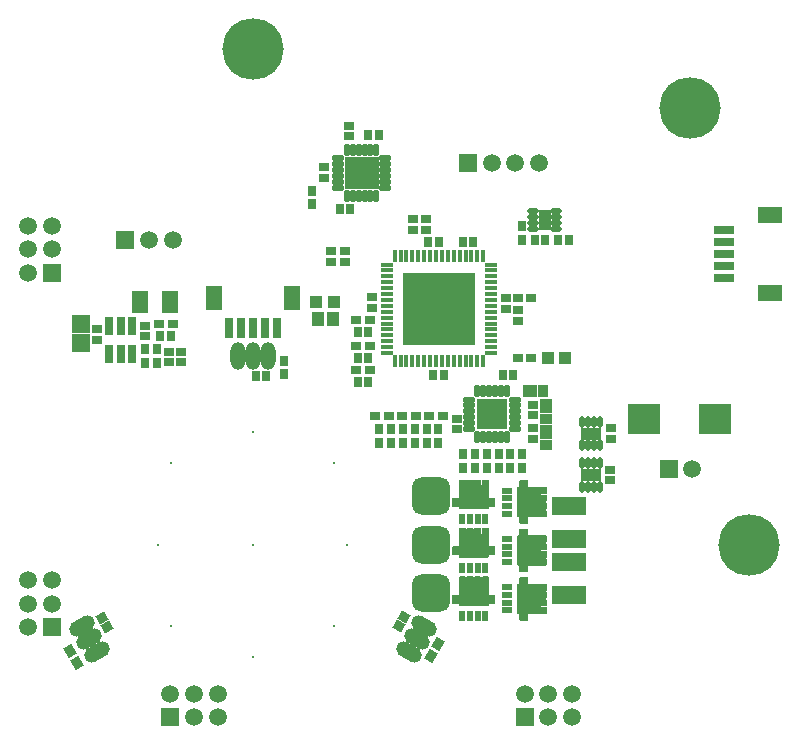
<source format=gts>
G04*
G04 #@! TF.GenerationSoftware,Altium Limited,Altium Designer,24.4.1 (13)*
G04*
G04 Layer_Color=8388736*
%FSLAX44Y44*%
%MOMM*%
G71*
G04*
G04 #@! TF.SameCoordinates,D346328A-3EA5-4E80-806F-D0F93F3E7631*
G04*
G04*
G04 #@! TF.FilePolarity,Negative*
G04*
G01*
G75*
%ADD61R,0.8032X1.7532*%
%ADD62R,1.4032X2.0032*%
%ADD63R,0.8032X0.8432*%
%ADD64R,0.9532X0.8032*%
G04:AMPARAMS|DCode=65|XSize=0.9432mm|YSize=0.4832mm|CornerRadius=0.1366mm|HoleSize=0mm|Usage=FLASHONLY|Rotation=270.000|XOffset=0mm|YOffset=0mm|HoleType=Round|Shape=RoundedRectangle|*
%AMROUNDEDRECTD65*
21,1,0.9432,0.2100,0,0,270.0*
21,1,0.6700,0.4832,0,0,270.0*
1,1,0.2732,-0.1050,-0.3350*
1,1,0.2732,-0.1050,0.3350*
1,1,0.2732,0.1050,0.3350*
1,1,0.2732,0.1050,-0.3350*
%
%ADD65ROUNDEDRECTD65*%
%ADD66R,1.8032X1.1032*%
%ADD67R,0.8432X0.8032*%
%ADD68R,0.8032X0.9532*%
%ADD69R,2.7532X2.6532*%
%ADD70R,1.4032X1.9532*%
%ADD71R,0.8032X1.5532*%
G04:AMPARAMS|DCode=72|XSize=0.8032mm|YSize=0.9532mm|CornerRadius=0mm|HoleSize=0mm|Usage=FLASHONLY|Rotation=30.000|XOffset=0mm|YOffset=0mm|HoleType=Round|Shape=Rectangle|*
%AMROTATEDRECTD72*
4,1,4,-0.1095,-0.6136,-0.5861,0.2120,0.1095,0.6136,0.5861,-0.2120,-0.1095,-0.6136,0.0*
%
%ADD72ROTATEDRECTD72*%

G04:AMPARAMS|DCode=73|XSize=0.8032mm|YSize=0.9532mm|CornerRadius=0mm|HoleSize=0mm|Usage=FLASHONLY|Rotation=150.000|XOffset=0mm|YOffset=0mm|HoleType=Round|Shape=Rectangle|*
%AMROTATEDRECTD73*
4,1,4,0.5861,0.2120,0.1095,-0.6136,-0.5861,-0.2120,-0.1095,0.6136,0.5861,0.2120,0.0*
%
%ADD73ROTATEDRECTD73*%

G04:AMPARAMS|DCode=74|XSize=0.8432mm|YSize=0.8032mm|CornerRadius=0mm|HoleSize=0mm|Usage=FLASHONLY|Rotation=30.000|XOffset=0mm|YOffset=0mm|HoleType=Round|Shape=Rectangle|*
%AMROTATEDRECTD74*
4,1,4,-0.1643,-0.5586,-0.5659,0.1370,0.1643,0.5586,0.5659,-0.1370,-0.1643,-0.5586,0.0*
%
%ADD74ROTATEDRECTD74*%

G04:AMPARAMS|DCode=75|XSize=0.8432mm|YSize=0.8032mm|CornerRadius=0mm|HoleSize=0mm|Usage=FLASHONLY|Rotation=150.000|XOffset=0mm|YOffset=0mm|HoleType=Round|Shape=Rectangle|*
%AMROTATEDRECTD75*
4,1,4,0.5659,0.1370,0.1643,-0.5586,-0.5659,-0.1370,-0.1643,0.5586,0.5659,0.1370,0.0*
%
%ADD75ROTATEDRECTD75*%

%ADD76R,1.0532X1.1532*%
%ADD77R,1.0032X1.0032*%
G04:AMPARAMS|DCode=78|XSize=1.0632mm|YSize=0.4732mm|CornerRadius=0.1354mm|HoleSize=0mm|Usage=FLASHONLY|Rotation=90.000|XOffset=0mm|YOffset=0mm|HoleType=Round|Shape=RoundedRectangle|*
%AMROUNDEDRECTD78*
21,1,1.0632,0.2025,0,0,90.0*
21,1,0.7925,0.4732,0,0,90.0*
1,1,0.2707,0.1013,0.3963*
1,1,0.2707,0.1013,-0.3963*
1,1,0.2707,-0.1013,-0.3963*
1,1,0.2707,-0.1013,0.3963*
%
%ADD78ROUNDEDRECTD78*%
G04:AMPARAMS|DCode=79|XSize=1.0632mm|YSize=0.4732mm|CornerRadius=0.1354mm|HoleSize=0mm|Usage=FLASHONLY|Rotation=0.000|XOffset=0mm|YOffset=0mm|HoleType=Round|Shape=RoundedRectangle|*
%AMROUNDEDRECTD79*
21,1,1.0632,0.2025,0,0,0.0*
21,1,0.7925,0.4732,0,0,0.0*
1,1,0.2707,0.3963,-0.1013*
1,1,0.2707,-0.3963,-0.1013*
1,1,0.2707,-0.3963,0.1013*
1,1,0.2707,0.3963,0.1013*
%
%ADD79ROUNDEDRECTD79*%
%ADD80R,2.6532X2.6532*%
%ADD81R,0.5432X1.0032*%
%ADD82R,0.6232X0.8632*%
G04:AMPARAMS|DCode=83|XSize=3.2032mm|YSize=3.2032mm|CornerRadius=0.8516mm|HoleSize=0mm|Usage=FLASHONLY|Rotation=0.000|XOffset=0mm|YOffset=0mm|HoleType=Round|Shape=RoundedRectangle|*
%AMROUNDEDRECTD83*
21,1,3.2032,1.5000,0,0,0.0*
21,1,1.5000,3.2032,0,0,0.0*
1,1,1.7032,0.7500,-0.7500*
1,1,1.7032,-0.7500,-0.7500*
1,1,1.7032,-0.7500,0.7500*
1,1,1.7032,0.7500,0.7500*
%
%ADD83ROUNDEDRECTD83*%
%ADD84R,1.0032X0.5432*%
%ADD85R,0.8632X0.6232*%
%ADD86R,2.9032X1.5032*%
%ADD87R,1.2532X1.0032*%
%ADD88R,0.8532X1.0032*%
%ADD89R,1.0032X1.2532*%
%ADD90R,1.0032X0.8532*%
%ADD91R,1.7532X0.8032*%
%ADD92R,2.0032X1.4032*%
G04:AMPARAMS|DCode=93|XSize=0.9432mm|YSize=0.4832mm|CornerRadius=0.1366mm|HoleSize=0mm|Usage=FLASHONLY|Rotation=180.000|XOffset=0mm|YOffset=0mm|HoleType=Round|Shape=RoundedRectangle|*
%AMROUNDEDRECTD93*
21,1,0.9432,0.2100,0,0,180.0*
21,1,0.6700,0.4832,0,0,180.0*
1,1,0.2732,-0.3350,0.1050*
1,1,0.2732,0.3350,0.1050*
1,1,0.2732,0.3350,-0.1050*
1,1,0.2732,-0.3350,-0.1050*
%
%ADD93ROUNDEDRECTD93*%
%ADD94R,1.1032X1.8032*%
%ADD95R,0.4632X1.0632*%
%ADD96R,1.0632X0.4632*%
%ADD97R,6.2032X6.2032*%
G04:AMPARAMS|DCode=98|XSize=1.0032mm|YSize=0.5532mm|CornerRadius=0.1454mm|HoleSize=0mm|Usage=FLASHONLY|Rotation=180.000|XOffset=0mm|YOffset=0mm|HoleType=Round|Shape=RoundedRectangle|*
%AMROUNDEDRECTD98*
21,1,1.0032,0.2625,0,0,180.0*
21,1,0.7125,0.5532,0,0,180.0*
1,1,0.2907,-0.3563,0.1313*
1,1,0.2907,0.3563,0.1313*
1,1,0.2907,0.3563,-0.1313*
1,1,0.2907,-0.3563,-0.1313*
%
%ADD98ROUNDEDRECTD98*%
%ADD99R,2.9032X2.8032*%
G04:AMPARAMS|DCode=100|XSize=1.0532mm|YSize=0.5532mm|CornerRadius=0.1454mm|HoleSize=0mm|Usage=FLASHONLY|Rotation=270.000|XOffset=0mm|YOffset=0mm|HoleType=Round|Shape=RoundedRectangle|*
%AMROUNDEDRECTD100*
21,1,1.0532,0.2625,0,0,270.0*
21,1,0.7625,0.5532,0,0,270.0*
1,1,0.2907,-0.1313,-0.3813*
1,1,0.2907,-0.1313,0.3813*
1,1,0.2907,0.1313,0.3813*
1,1,0.2907,0.1313,-0.3813*
%
%ADD100ROUNDEDRECTD100*%
%ADD101R,1.6032X1.5032*%
G04:AMPARAMS|DCode=102|XSize=2.3432mm|YSize=1.2732mm|CornerRadius=0mm|HoleSize=0mm|Usage=FLASHONLY|Rotation=330.000|XOffset=0mm|YOffset=0mm|HoleType=Round|Shape=Round|*
%AMOVALD102*
21,1,1.0700,1.2732,0.0000,0.0000,330.0*
1,1,1.2732,-0.4633,0.2675*
1,1,1.2732,0.4633,-0.2675*
%
%ADD102OVALD102*%

%ADD103C,0.2032*%
%ADD104R,1.5032X1.5032*%
%ADD105C,1.5032*%
G04:AMPARAMS|DCode=106|XSize=2.3432mm|YSize=1.2732mm|CornerRadius=0mm|HoleSize=0mm|Usage=FLASHONLY|Rotation=210.000|XOffset=0mm|YOffset=0mm|HoleType=Round|Shape=Round|*
%AMOVALD106*
21,1,1.0700,1.2732,0.0000,0.0000,210.0*
1,1,1.2732,0.4633,0.2675*
1,1,1.2732,-0.4633,-0.2675*
%
%ADD106OVALD106*%

%ADD107O,1.2732X2.3432*%
%ADD108C,5.2032*%
%ADD109R,1.5032X1.5032*%
%ADD110C,0.9032*%
G36*
X198983Y55009D02*
X199114Y54983D01*
X199240Y54941D01*
X199359Y54882D01*
X199470Y54808D01*
X199570Y54720D01*
X199658Y54620D01*
X199732Y54509D01*
X199791Y54390D01*
X199834Y54264D01*
X199860Y54133D01*
X199868Y54000D01*
Y39518D01*
X204300D01*
X204433Y39509D01*
X204564Y39483D01*
X204690Y39441D01*
X204809Y39382D01*
X204920Y39308D01*
X205020Y39220D01*
X205108Y39120D01*
X205182Y39009D01*
X205241Y38890D01*
X205284Y38763D01*
X205310Y38633D01*
X205318Y38500D01*
Y32800D01*
X205310Y32667D01*
X205284Y32536D01*
X205241Y32410D01*
X205182Y32291D01*
X205108Y32180D01*
X205020Y32080D01*
X204920Y31992D01*
X204809Y31918D01*
X204690Y31859D01*
X204564Y31816D01*
X204433Y31790D01*
X204300Y31782D01*
X199868D01*
Y31000D01*
X199860Y30867D01*
X199834Y30736D01*
X199791Y30610D01*
X199732Y30491D01*
X199658Y30380D01*
X199570Y30280D01*
X199470Y30192D01*
X199359Y30118D01*
X199240Y30059D01*
X199114Y30017D01*
X198983Y29990D01*
X198850Y29982D01*
X175150D01*
X175017Y29990D01*
X174886Y30017D01*
X174760Y30059D01*
X174641Y30118D01*
X174530Y30192D01*
X174430Y30280D01*
X174342Y30380D01*
X174268Y30491D01*
X174209Y30610D01*
X174167Y30736D01*
X174140Y30867D01*
X174132Y31000D01*
Y31782D01*
X169700D01*
X169567Y31790D01*
X169436Y31816D01*
X169310Y31859D01*
X169191Y31918D01*
X169080Y31992D01*
X168980Y32080D01*
X168892Y32180D01*
X168818Y32291D01*
X168759Y32410D01*
X168717Y32536D01*
X168690Y32667D01*
X168682Y32800D01*
Y38500D01*
X168690Y38633D01*
X168717Y38763D01*
X168759Y38890D01*
X168818Y39009D01*
X168892Y39120D01*
X168980Y39220D01*
X169080Y39308D01*
X169191Y39382D01*
X169310Y39441D01*
X169436Y39483D01*
X169567Y39509D01*
X169700Y39518D01*
X174132D01*
Y54000D01*
X174140Y54133D01*
X174167Y54264D01*
X174209Y54390D01*
X174268Y54509D01*
X174342Y54620D01*
X174430Y54720D01*
X174530Y54808D01*
X174641Y54882D01*
X174760Y54941D01*
X174886Y54983D01*
X175017Y55009D01*
X175150Y55018D01*
X179350D01*
X179483Y55009D01*
X179613Y54983D01*
X179740Y54941D01*
X179859Y54882D01*
X179970Y54808D01*
X180070Y54720D01*
X180158Y54620D01*
X180232Y54509D01*
X180291Y54390D01*
X180333Y54264D01*
X180359Y54133D01*
X180368Y54000D01*
Y50318D01*
X180632D01*
Y54000D01*
X180641Y54133D01*
X180667Y54264D01*
X180709Y54390D01*
X180768Y54509D01*
X180842Y54620D01*
X180930Y54720D01*
X181030Y54808D01*
X181141Y54882D01*
X181260Y54941D01*
X181387Y54983D01*
X181517Y55009D01*
X181650Y55018D01*
X185850D01*
X185983Y55009D01*
X186113Y54983D01*
X186240Y54941D01*
X186359Y54882D01*
X186470Y54808D01*
X186570Y54720D01*
X186658Y54620D01*
X186732Y54509D01*
X186791Y54390D01*
X186833Y54264D01*
X186859Y54133D01*
X186868Y54000D01*
Y50318D01*
X187132D01*
Y54000D01*
X187141Y54133D01*
X187167Y54264D01*
X187209Y54390D01*
X187268Y54509D01*
X187342Y54620D01*
X187430Y54720D01*
X187530Y54808D01*
X187641Y54882D01*
X187760Y54941D01*
X187887Y54983D01*
X188017Y55009D01*
X188150Y55018D01*
X192350D01*
X192483Y55009D01*
X192614Y54983D01*
X192740Y54941D01*
X192859Y54882D01*
X192970Y54808D01*
X193070Y54720D01*
X193158Y54620D01*
X193232Y54509D01*
X193291Y54390D01*
X193333Y54264D01*
X193360Y54133D01*
X193368Y54000D01*
Y50318D01*
X193632D01*
Y54000D01*
X193640Y54133D01*
X193666Y54264D01*
X193709Y54390D01*
X193768Y54509D01*
X193842Y54620D01*
X193930Y54720D01*
X194030Y54808D01*
X194141Y54882D01*
X194260Y54941D01*
X194387Y54983D01*
X194517Y55009D01*
X194650Y55018D01*
X198850D01*
X198983Y55009D01*
D02*
G37*
G36*
X232333Y54309D02*
X232463Y54283D01*
X232590Y54241D01*
X232709Y54182D01*
X232820Y54108D01*
X232920Y54020D01*
X233008Y53920D01*
X233082Y53809D01*
X233141Y53690D01*
X233183Y53563D01*
X233209Y53433D01*
X233218Y53300D01*
Y48868D01*
X247700D01*
X247833Y48859D01*
X247964Y48833D01*
X248090Y48791D01*
X248209Y48732D01*
X248320Y48658D01*
X248420Y48570D01*
X248508Y48470D01*
X248582Y48359D01*
X248641Y48240D01*
X248683Y48113D01*
X248710Y47983D01*
X248718Y47850D01*
Y43650D01*
X248710Y43517D01*
X248683Y43386D01*
X248641Y43260D01*
X248582Y43141D01*
X248508Y43030D01*
X248420Y42930D01*
X248320Y42842D01*
X248209Y42768D01*
X248090Y42709D01*
X247964Y42667D01*
X247833Y42641D01*
X247700Y42632D01*
X244018D01*
Y42368D01*
X247700D01*
X247833Y42359D01*
X247964Y42333D01*
X248090Y42291D01*
X248209Y42232D01*
X248320Y42158D01*
X248420Y42070D01*
X248508Y41970D01*
X248582Y41859D01*
X248641Y41740D01*
X248683Y41613D01*
X248710Y41483D01*
X248718Y41350D01*
Y37150D01*
X248710Y37017D01*
X248683Y36886D01*
X248641Y36760D01*
X248582Y36641D01*
X248508Y36530D01*
X248420Y36430D01*
X248320Y36342D01*
X248209Y36268D01*
X248090Y36209D01*
X247964Y36167D01*
X247833Y36140D01*
X247700Y36132D01*
X244018D01*
Y35868D01*
X247700D01*
X247833Y35859D01*
X247964Y35833D01*
X248090Y35791D01*
X248209Y35732D01*
X248320Y35658D01*
X248420Y35570D01*
X248508Y35470D01*
X248582Y35359D01*
X248641Y35240D01*
X248683Y35113D01*
X248710Y34983D01*
X248718Y34850D01*
Y30650D01*
X248710Y30517D01*
X248683Y30386D01*
X248641Y30260D01*
X248582Y30141D01*
X248508Y30030D01*
X248420Y29930D01*
X248320Y29842D01*
X248209Y29768D01*
X248090Y29709D01*
X247964Y29667D01*
X247833Y29641D01*
X247700Y29632D01*
X244018D01*
Y29368D01*
X247700D01*
X247833Y29359D01*
X247964Y29333D01*
X248090Y29291D01*
X248209Y29232D01*
X248320Y29158D01*
X248420Y29070D01*
X248508Y28970D01*
X248582Y28859D01*
X248641Y28740D01*
X248683Y28614D01*
X248710Y28483D01*
X248718Y28350D01*
Y24150D01*
X248710Y24017D01*
X248683Y23886D01*
X248641Y23760D01*
X248582Y23641D01*
X248508Y23530D01*
X248420Y23430D01*
X248320Y23342D01*
X248209Y23268D01*
X248090Y23209D01*
X247964Y23166D01*
X247833Y23140D01*
X247700Y23132D01*
X233218D01*
Y18700D01*
X233209Y18567D01*
X233183Y18436D01*
X233141Y18310D01*
X233082Y18191D01*
X233008Y18080D01*
X232920Y17980D01*
X232820Y17892D01*
X232709Y17818D01*
X232590Y17759D01*
X232463Y17716D01*
X232333Y17691D01*
X232200Y17682D01*
X226500D01*
X226367Y17691D01*
X226236Y17716D01*
X226110Y17759D01*
X225991Y17818D01*
X225880Y17892D01*
X225780Y17980D01*
X225692Y18080D01*
X225618Y18191D01*
X225559Y18310D01*
X225516Y18436D01*
X225490Y18567D01*
X225482Y18700D01*
Y23132D01*
X224700D01*
X224567Y23140D01*
X224436Y23166D01*
X224310Y23209D01*
X224191Y23268D01*
X224080Y23342D01*
X223980Y23430D01*
X223892Y23530D01*
X223818Y23641D01*
X223759Y23760D01*
X223717Y23886D01*
X223690Y24017D01*
X223682Y24150D01*
Y47850D01*
X223690Y47983D01*
X223717Y48113D01*
X223759Y48240D01*
X223818Y48359D01*
X223892Y48470D01*
X223980Y48570D01*
X224080Y48658D01*
X224191Y48732D01*
X224310Y48791D01*
X224436Y48833D01*
X224567Y48859D01*
X224700Y48868D01*
X225482D01*
Y53300D01*
X225490Y53433D01*
X225516Y53563D01*
X225559Y53690D01*
X225618Y53809D01*
X225692Y53920D01*
X225780Y54020D01*
X225880Y54108D01*
X225991Y54182D01*
X226110Y54241D01*
X226236Y54283D01*
X226367Y54309D01*
X226500Y54318D01*
X232200D01*
X232333Y54309D01*
D02*
G37*
G36*
X198983Y14009D02*
X199114Y13983D01*
X199240Y13941D01*
X199359Y13882D01*
X199470Y13808D01*
X199570Y13720D01*
X199658Y13620D01*
X199732Y13509D01*
X199791Y13390D01*
X199834Y13263D01*
X199860Y13133D01*
X199868Y13000D01*
Y-1482D01*
X204300D01*
X204433Y-1491D01*
X204564Y-1517D01*
X204690Y-1559D01*
X204809Y-1618D01*
X204920Y-1692D01*
X205020Y-1780D01*
X205108Y-1880D01*
X205182Y-1991D01*
X205241Y-2110D01*
X205284Y-2236D01*
X205310Y-2367D01*
X205318Y-2500D01*
Y-8200D01*
X205310Y-8333D01*
X205284Y-8464D01*
X205241Y-8590D01*
X205182Y-8709D01*
X205108Y-8820D01*
X205020Y-8920D01*
X204920Y-9008D01*
X204809Y-9082D01*
X204690Y-9141D01*
X204564Y-9183D01*
X204433Y-9209D01*
X204300Y-9218D01*
X199868D01*
Y-10000D01*
X199860Y-10133D01*
X199834Y-10264D01*
X199791Y-10390D01*
X199732Y-10509D01*
X199658Y-10620D01*
X199570Y-10720D01*
X199470Y-10808D01*
X199359Y-10882D01*
X199240Y-10941D01*
X199114Y-10984D01*
X198983Y-11010D01*
X198850Y-11018D01*
X175150D01*
X175017Y-11010D01*
X174886Y-10984D01*
X174760Y-10941D01*
X174641Y-10882D01*
X174530Y-10808D01*
X174430Y-10720D01*
X174342Y-10620D01*
X174268Y-10509D01*
X174209Y-10390D01*
X174167Y-10264D01*
X174140Y-10133D01*
X174132Y-10000D01*
Y-9218D01*
X169700D01*
X169567Y-9209D01*
X169436Y-9183D01*
X169310Y-9141D01*
X169191Y-9082D01*
X169080Y-9008D01*
X168980Y-8920D01*
X168892Y-8820D01*
X168818Y-8709D01*
X168759Y-8590D01*
X168717Y-8464D01*
X168690Y-8333D01*
X168682Y-8200D01*
Y-2500D01*
X168690Y-2367D01*
X168717Y-2236D01*
X168759Y-2110D01*
X168818Y-1991D01*
X168892Y-1880D01*
X168980Y-1780D01*
X169080Y-1692D01*
X169191Y-1618D01*
X169310Y-1559D01*
X169436Y-1517D01*
X169567Y-1491D01*
X169700Y-1482D01*
X174132D01*
Y13000D01*
X174140Y13133D01*
X174167Y13263D01*
X174209Y13390D01*
X174268Y13509D01*
X174342Y13620D01*
X174430Y13720D01*
X174530Y13808D01*
X174641Y13882D01*
X174760Y13941D01*
X174886Y13983D01*
X175017Y14009D01*
X175150Y14018D01*
X179350D01*
X179483Y14009D01*
X179613Y13983D01*
X179740Y13941D01*
X179859Y13882D01*
X179970Y13808D01*
X180070Y13720D01*
X180158Y13620D01*
X180232Y13509D01*
X180291Y13390D01*
X180333Y13263D01*
X180359Y13133D01*
X180368Y13000D01*
Y9318D01*
X180632D01*
Y13000D01*
X180641Y13133D01*
X180667Y13263D01*
X180709Y13390D01*
X180768Y13509D01*
X180842Y13620D01*
X180930Y13720D01*
X181030Y13808D01*
X181141Y13882D01*
X181260Y13941D01*
X181387Y13983D01*
X181517Y14009D01*
X181650Y14018D01*
X185850D01*
X185983Y14009D01*
X186113Y13983D01*
X186240Y13941D01*
X186359Y13882D01*
X186470Y13808D01*
X186570Y13720D01*
X186658Y13620D01*
X186732Y13509D01*
X186791Y13390D01*
X186833Y13263D01*
X186859Y13133D01*
X186868Y13000D01*
Y9318D01*
X187132D01*
Y13000D01*
X187141Y13133D01*
X187167Y13263D01*
X187209Y13390D01*
X187268Y13509D01*
X187342Y13620D01*
X187430Y13720D01*
X187530Y13808D01*
X187641Y13882D01*
X187760Y13941D01*
X187887Y13983D01*
X188017Y14009D01*
X188150Y14018D01*
X192350D01*
X192483Y14009D01*
X192614Y13983D01*
X192740Y13941D01*
X192859Y13882D01*
X192970Y13808D01*
X193070Y13720D01*
X193158Y13620D01*
X193232Y13509D01*
X193291Y13390D01*
X193333Y13263D01*
X193360Y13133D01*
X193368Y13000D01*
Y9318D01*
X193632D01*
Y13000D01*
X193640Y13133D01*
X193666Y13263D01*
X193709Y13390D01*
X193768Y13509D01*
X193842Y13620D01*
X193930Y13720D01*
X194030Y13808D01*
X194141Y13882D01*
X194260Y13941D01*
X194387Y13983D01*
X194517Y14009D01*
X194650Y14018D01*
X198850D01*
X198983Y14009D01*
D02*
G37*
G36*
X232333Y13309D02*
X232463Y13283D01*
X232590Y13241D01*
X232709Y13182D01*
X232820Y13108D01*
X232920Y13020D01*
X233008Y12920D01*
X233082Y12809D01*
X233141Y12690D01*
X233183Y12564D01*
X233209Y12433D01*
X233218Y12300D01*
Y7868D01*
X247700D01*
X247833Y7859D01*
X247964Y7833D01*
X248090Y7791D01*
X248209Y7732D01*
X248320Y7658D01*
X248420Y7570D01*
X248508Y7470D01*
X248582Y7359D01*
X248641Y7240D01*
X248683Y7114D01*
X248710Y6983D01*
X248718Y6850D01*
Y2650D01*
X248710Y2517D01*
X248683Y2386D01*
X248641Y2260D01*
X248582Y2141D01*
X248508Y2030D01*
X248420Y1930D01*
X248320Y1842D01*
X248209Y1768D01*
X248090Y1709D01*
X247964Y1666D01*
X247833Y1640D01*
X247700Y1632D01*
X244018D01*
Y1368D01*
X247700D01*
X247833Y1359D01*
X247964Y1333D01*
X248090Y1291D01*
X248209Y1232D01*
X248320Y1158D01*
X248420Y1070D01*
X248508Y970D01*
X248582Y859D01*
X248641Y740D01*
X248683Y613D01*
X248710Y483D01*
X248718Y350D01*
Y-3850D01*
X248710Y-3983D01*
X248683Y-4114D01*
X248641Y-4240D01*
X248582Y-4359D01*
X248508Y-4470D01*
X248420Y-4570D01*
X248320Y-4658D01*
X248209Y-4732D01*
X248090Y-4791D01*
X247964Y-4834D01*
X247833Y-4859D01*
X247700Y-4868D01*
X244018D01*
Y-5132D01*
X247700D01*
X247833Y-5141D01*
X247964Y-5167D01*
X248090Y-5209D01*
X248209Y-5268D01*
X248320Y-5342D01*
X248420Y-5430D01*
X248508Y-5530D01*
X248582Y-5641D01*
X248641Y-5760D01*
X248683Y-5886D01*
X248710Y-6017D01*
X248718Y-6150D01*
Y-10350D01*
X248710Y-10483D01*
X248683Y-10614D01*
X248641Y-10740D01*
X248582Y-10859D01*
X248508Y-10970D01*
X248420Y-11070D01*
X248320Y-11158D01*
X248209Y-11232D01*
X248090Y-11291D01*
X247964Y-11334D01*
X247833Y-11359D01*
X247700Y-11368D01*
X244018D01*
Y-11632D01*
X247700D01*
X247833Y-11641D01*
X247964Y-11667D01*
X248090Y-11709D01*
X248209Y-11768D01*
X248320Y-11842D01*
X248420Y-11930D01*
X248508Y-12030D01*
X248582Y-12141D01*
X248641Y-12260D01*
X248683Y-12386D01*
X248710Y-12517D01*
X248718Y-12650D01*
Y-16850D01*
X248710Y-16983D01*
X248683Y-17114D01*
X248641Y-17240D01*
X248582Y-17359D01*
X248508Y-17470D01*
X248420Y-17570D01*
X248320Y-17658D01*
X248209Y-17732D01*
X248090Y-17791D01*
X247964Y-17833D01*
X247833Y-17859D01*
X247700Y-17868D01*
X233218D01*
Y-22300D01*
X233209Y-22433D01*
X233183Y-22564D01*
X233141Y-22690D01*
X233082Y-22809D01*
X233008Y-22920D01*
X232920Y-23020D01*
X232820Y-23108D01*
X232709Y-23182D01*
X232590Y-23241D01*
X232463Y-23284D01*
X232333Y-23310D01*
X232200Y-23318D01*
X226500D01*
X226367Y-23310D01*
X226236Y-23284D01*
X226110Y-23241D01*
X225991Y-23182D01*
X225880Y-23108D01*
X225780Y-23020D01*
X225692Y-22920D01*
X225618Y-22809D01*
X225559Y-22690D01*
X225516Y-22564D01*
X225490Y-22433D01*
X225482Y-22300D01*
Y-17868D01*
X224700D01*
X224567Y-17859D01*
X224436Y-17833D01*
X224310Y-17791D01*
X224191Y-17732D01*
X224080Y-17658D01*
X223980Y-17570D01*
X223892Y-17470D01*
X223818Y-17359D01*
X223759Y-17240D01*
X223717Y-17114D01*
X223690Y-16983D01*
X223682Y-16850D01*
Y6850D01*
X223690Y6983D01*
X223717Y7114D01*
X223759Y7240D01*
X223818Y7359D01*
X223892Y7470D01*
X223980Y7570D01*
X224080Y7658D01*
X224191Y7732D01*
X224310Y7791D01*
X224436Y7833D01*
X224567Y7859D01*
X224700Y7868D01*
X225482D01*
Y12300D01*
X225490Y12433D01*
X225516Y12564D01*
X225559Y12690D01*
X225618Y12809D01*
X225692Y12920D01*
X225780Y13020D01*
X225880Y13108D01*
X225991Y13182D01*
X226110Y13241D01*
X226236Y13283D01*
X226367Y13309D01*
X226500Y13318D01*
X232200D01*
X232333Y13309D01*
D02*
G37*
G36*
X198983Y-26991D02*
X199114Y-27017D01*
X199240Y-27059D01*
X199359Y-27118D01*
X199470Y-27192D01*
X199570Y-27280D01*
X199658Y-27380D01*
X199732Y-27491D01*
X199791Y-27610D01*
X199834Y-27737D01*
X199860Y-27867D01*
X199868Y-28000D01*
Y-42482D01*
X204300D01*
X204433Y-42491D01*
X204564Y-42517D01*
X204690Y-42559D01*
X204809Y-42618D01*
X204920Y-42692D01*
X205020Y-42780D01*
X205108Y-42880D01*
X205182Y-42991D01*
X205241Y-43110D01*
X205284Y-43237D01*
X205310Y-43367D01*
X205318Y-43500D01*
Y-49200D01*
X205310Y-49333D01*
X205284Y-49464D01*
X205241Y-49590D01*
X205182Y-49709D01*
X205108Y-49820D01*
X205020Y-49920D01*
X204920Y-50008D01*
X204809Y-50082D01*
X204690Y-50141D01*
X204564Y-50184D01*
X204433Y-50210D01*
X204300Y-50218D01*
X199868D01*
Y-51000D01*
X199860Y-51133D01*
X199834Y-51264D01*
X199791Y-51390D01*
X199732Y-51509D01*
X199658Y-51620D01*
X199570Y-51720D01*
X199470Y-51808D01*
X199359Y-51882D01*
X199240Y-51941D01*
X199114Y-51984D01*
X198983Y-52010D01*
X198850Y-52018D01*
X175150D01*
X175017Y-52010D01*
X174886Y-51984D01*
X174760Y-51941D01*
X174641Y-51882D01*
X174530Y-51808D01*
X174430Y-51720D01*
X174342Y-51620D01*
X174268Y-51509D01*
X174209Y-51390D01*
X174167Y-51264D01*
X174140Y-51133D01*
X174132Y-51000D01*
Y-50218D01*
X169700D01*
X169567Y-50210D01*
X169436Y-50184D01*
X169310Y-50141D01*
X169191Y-50082D01*
X169080Y-50008D01*
X168980Y-49920D01*
X168892Y-49820D01*
X168818Y-49709D01*
X168759Y-49590D01*
X168717Y-49464D01*
X168690Y-49333D01*
X168682Y-49200D01*
Y-43500D01*
X168690Y-43367D01*
X168717Y-43237D01*
X168759Y-43110D01*
X168818Y-42991D01*
X168892Y-42880D01*
X168980Y-42780D01*
X169080Y-42692D01*
X169191Y-42618D01*
X169310Y-42559D01*
X169436Y-42517D01*
X169567Y-42491D01*
X169700Y-42482D01*
X174132D01*
Y-28000D01*
X174140Y-27867D01*
X174167Y-27737D01*
X174209Y-27610D01*
X174268Y-27491D01*
X174342Y-27380D01*
X174430Y-27280D01*
X174530Y-27192D01*
X174641Y-27118D01*
X174760Y-27059D01*
X174886Y-27017D01*
X175017Y-26991D01*
X175150Y-26982D01*
X179350D01*
X179483Y-26991D01*
X179613Y-27017D01*
X179740Y-27059D01*
X179859Y-27118D01*
X179970Y-27192D01*
X180070Y-27280D01*
X180158Y-27380D01*
X180232Y-27491D01*
X180291Y-27610D01*
X180333Y-27737D01*
X180359Y-27867D01*
X180368Y-28000D01*
Y-31682D01*
X180632D01*
Y-28000D01*
X180641Y-27867D01*
X180667Y-27737D01*
X180709Y-27610D01*
X180768Y-27491D01*
X180842Y-27380D01*
X180930Y-27280D01*
X181030Y-27192D01*
X181141Y-27118D01*
X181260Y-27059D01*
X181387Y-27017D01*
X181517Y-26991D01*
X181650Y-26982D01*
X185850D01*
X185983Y-26991D01*
X186113Y-27017D01*
X186240Y-27059D01*
X186359Y-27118D01*
X186470Y-27192D01*
X186570Y-27280D01*
X186658Y-27380D01*
X186732Y-27491D01*
X186791Y-27610D01*
X186833Y-27737D01*
X186859Y-27867D01*
X186868Y-28000D01*
Y-31682D01*
X187132D01*
Y-28000D01*
X187141Y-27867D01*
X187167Y-27737D01*
X187209Y-27610D01*
X187268Y-27491D01*
X187342Y-27380D01*
X187430Y-27280D01*
X187530Y-27192D01*
X187641Y-27118D01*
X187760Y-27059D01*
X187887Y-27017D01*
X188017Y-26991D01*
X188150Y-26982D01*
X192350D01*
X192483Y-26991D01*
X192614Y-27017D01*
X192740Y-27059D01*
X192859Y-27118D01*
X192970Y-27192D01*
X193070Y-27280D01*
X193158Y-27380D01*
X193232Y-27491D01*
X193291Y-27610D01*
X193333Y-27737D01*
X193360Y-27867D01*
X193368Y-28000D01*
Y-31682D01*
X193632D01*
Y-28000D01*
X193640Y-27867D01*
X193666Y-27737D01*
X193709Y-27610D01*
X193768Y-27491D01*
X193842Y-27380D01*
X193930Y-27280D01*
X194030Y-27192D01*
X194141Y-27118D01*
X194260Y-27059D01*
X194387Y-27017D01*
X194517Y-26991D01*
X194650Y-26982D01*
X198850D01*
X198983Y-26991D01*
D02*
G37*
G36*
X232333Y-27691D02*
X232463Y-27717D01*
X232590Y-27759D01*
X232709Y-27818D01*
X232820Y-27892D01*
X232920Y-27980D01*
X233008Y-28080D01*
X233082Y-28191D01*
X233141Y-28310D01*
X233183Y-28437D01*
X233209Y-28567D01*
X233218Y-28700D01*
Y-33132D01*
X247700D01*
X247833Y-33141D01*
X247964Y-33167D01*
X248090Y-33209D01*
X248209Y-33268D01*
X248320Y-33342D01*
X248420Y-33430D01*
X248508Y-33530D01*
X248582Y-33641D01*
X248641Y-33760D01*
X248683Y-33887D01*
X248710Y-34017D01*
X248718Y-34150D01*
Y-38350D01*
X248710Y-38483D01*
X248683Y-38614D01*
X248641Y-38740D01*
X248582Y-38859D01*
X248508Y-38970D01*
X248420Y-39070D01*
X248320Y-39158D01*
X248209Y-39232D01*
X248090Y-39291D01*
X247964Y-39334D01*
X247833Y-39360D01*
X247700Y-39368D01*
X244018D01*
Y-39632D01*
X247700D01*
X247833Y-39641D01*
X247964Y-39667D01*
X248090Y-39709D01*
X248209Y-39768D01*
X248320Y-39842D01*
X248420Y-39930D01*
X248508Y-40030D01*
X248582Y-40141D01*
X248641Y-40260D01*
X248683Y-40387D01*
X248710Y-40517D01*
X248718Y-40650D01*
Y-44850D01*
X248710Y-44983D01*
X248683Y-45114D01*
X248641Y-45240D01*
X248582Y-45359D01*
X248508Y-45470D01*
X248420Y-45570D01*
X248320Y-45658D01*
X248209Y-45732D01*
X248090Y-45791D01*
X247964Y-45834D01*
X247833Y-45859D01*
X247700Y-45868D01*
X244018D01*
Y-46132D01*
X247700D01*
X247833Y-46141D01*
X247964Y-46167D01*
X248090Y-46209D01*
X248209Y-46268D01*
X248320Y-46342D01*
X248420Y-46430D01*
X248508Y-46530D01*
X248582Y-46641D01*
X248641Y-46761D01*
X248683Y-46887D01*
X248710Y-47017D01*
X248718Y-47150D01*
Y-51350D01*
X248710Y-51483D01*
X248683Y-51614D01*
X248641Y-51740D01*
X248582Y-51859D01*
X248508Y-51970D01*
X248420Y-52070D01*
X248320Y-52158D01*
X248209Y-52232D01*
X248090Y-52291D01*
X247964Y-52334D01*
X247833Y-52360D01*
X247700Y-52368D01*
X244018D01*
Y-52632D01*
X247700D01*
X247833Y-52641D01*
X247964Y-52667D01*
X248090Y-52709D01*
X248209Y-52768D01*
X248320Y-52842D01*
X248420Y-52930D01*
X248508Y-53030D01*
X248582Y-53141D01*
X248641Y-53260D01*
X248683Y-53387D01*
X248710Y-53517D01*
X248718Y-53650D01*
Y-57850D01*
X248710Y-57983D01*
X248683Y-58114D01*
X248641Y-58240D01*
X248582Y-58359D01*
X248508Y-58470D01*
X248420Y-58570D01*
X248320Y-58658D01*
X248209Y-58732D01*
X248090Y-58791D01*
X247964Y-58834D01*
X247833Y-58860D01*
X247700Y-58868D01*
X233218D01*
Y-63300D01*
X233209Y-63433D01*
X233183Y-63564D01*
X233141Y-63690D01*
X233082Y-63809D01*
X233008Y-63920D01*
X232920Y-64020D01*
X232820Y-64108D01*
X232709Y-64182D01*
X232590Y-64241D01*
X232463Y-64284D01*
X232333Y-64310D01*
X232200Y-64318D01*
X226500D01*
X226367Y-64310D01*
X226236Y-64284D01*
X226110Y-64241D01*
X225991Y-64182D01*
X225880Y-64108D01*
X225780Y-64020D01*
X225692Y-63920D01*
X225618Y-63809D01*
X225559Y-63690D01*
X225516Y-63564D01*
X225490Y-63433D01*
X225482Y-63300D01*
Y-58868D01*
X224700D01*
X224567Y-58860D01*
X224436Y-58834D01*
X224310Y-58791D01*
X224191Y-58732D01*
X224080Y-58658D01*
X223980Y-58570D01*
X223892Y-58470D01*
X223818Y-58359D01*
X223759Y-58240D01*
X223717Y-58114D01*
X223690Y-57983D01*
X223682Y-57850D01*
Y-34150D01*
X223690Y-34017D01*
X223717Y-33887D01*
X223759Y-33760D01*
X223818Y-33641D01*
X223892Y-33530D01*
X223980Y-33430D01*
X224080Y-33342D01*
X224191Y-33268D01*
X224310Y-33209D01*
X224436Y-33167D01*
X224567Y-33141D01*
X224700Y-33132D01*
X225482D01*
Y-28700D01*
X225490Y-28567D01*
X225516Y-28437D01*
X225559Y-28310D01*
X225618Y-28191D01*
X225692Y-28080D01*
X225780Y-27980D01*
X225880Y-27892D01*
X225991Y-27818D01*
X226110Y-27759D01*
X226236Y-27717D01*
X226367Y-27691D01*
X226500Y-27682D01*
X232200D01*
X232333Y-27691D01*
D02*
G37*
D61*
X20000Y183375D02*
D03*
X0D02*
D03*
X-20000D02*
D03*
X-10000D02*
D03*
X10000D02*
D03*
D62*
X33000Y208625D02*
D03*
X-33000D02*
D03*
D63*
X88600Y158000D02*
D03*
X97400D02*
D03*
X88600Y138000D02*
D03*
X97400D02*
D03*
X258600Y258000D02*
D03*
X267400D02*
D03*
X238600D02*
D03*
X247400D02*
D03*
X-69600Y177000D02*
D03*
X-78400D02*
D03*
X88600Y180000D02*
D03*
X97400D02*
D03*
X82400Y284000D02*
D03*
X73600D02*
D03*
X106400Y347000D02*
D03*
X97600D02*
D03*
X2600Y143000D02*
D03*
X11400D02*
D03*
X161400Y144000D02*
D03*
X152600D02*
D03*
X148600Y256000D02*
D03*
X157400D02*
D03*
X186400D02*
D03*
X177600D02*
D03*
X220400Y144000D02*
D03*
X211600D02*
D03*
D64*
X87250Y168000D02*
D03*
X98750D02*
D03*
X77750Y249000D02*
D03*
X66250D02*
D03*
X77750Y239000D02*
D03*
X66250D02*
D03*
X-68000Y187000D02*
D03*
X-79500D02*
D03*
X146750Y276000D02*
D03*
X135250D02*
D03*
X87250Y148000D02*
D03*
X98750D02*
D03*
X87250Y190000D02*
D03*
X98750D02*
D03*
X146750Y266000D02*
D03*
X135250D02*
D03*
X160750Y109000D02*
D03*
X149250D02*
D03*
X224250Y158000D02*
D03*
X235750D02*
D03*
Y209000D02*
D03*
X224250D02*
D03*
X126250Y109000D02*
D03*
X137750D02*
D03*
X115000D02*
D03*
X103500D02*
D03*
D65*
X283500Y68850D02*
D03*
X293500D02*
D03*
X288500D02*
D03*
X278500D02*
D03*
Y49150D02*
D03*
X283500D02*
D03*
X288500D02*
D03*
X293500D02*
D03*
Y84150D02*
D03*
X288500D02*
D03*
X283500D02*
D03*
X278500D02*
D03*
Y103850D02*
D03*
X283500D02*
D03*
X288500D02*
D03*
X293500D02*
D03*
D66*
X286000Y59000D02*
D03*
Y94000D02*
D03*
D67*
X303000Y89600D02*
D03*
Y98400D02*
D03*
X302000Y63400D02*
D03*
Y54600D02*
D03*
X-61000Y163400D02*
D03*
Y154600D02*
D03*
X-91000Y185400D02*
D03*
Y176600D02*
D03*
X-71000Y163400D02*
D03*
Y154600D02*
D03*
X-132000Y182400D02*
D03*
Y173600D02*
D03*
X81000Y354400D02*
D03*
Y345600D02*
D03*
X60000Y319400D02*
D03*
Y310600D02*
D03*
X224000Y198400D02*
D03*
Y189600D02*
D03*
X101000Y209400D02*
D03*
Y200600D02*
D03*
X214000Y208400D02*
D03*
Y199600D02*
D03*
X173000Y106400D02*
D03*
Y97600D02*
D03*
X237000Y109600D02*
D03*
Y118400D02*
D03*
Y89600D02*
D03*
Y98400D02*
D03*
D68*
X228000Y258250D02*
D03*
Y269750D02*
D03*
X50000Y288250D02*
D03*
Y299750D02*
D03*
X178000Y65250D02*
D03*
Y76750D02*
D03*
X188000D02*
D03*
Y65250D02*
D03*
X-81000Y165500D02*
D03*
Y154000D02*
D03*
X-91000Y165500D02*
D03*
Y154000D02*
D03*
X26000Y144250D02*
D03*
Y155750D02*
D03*
X208000Y65250D02*
D03*
Y76750D02*
D03*
X218000Y65250D02*
D03*
Y76750D02*
D03*
X228000D02*
D03*
Y65250D02*
D03*
X198000Y76750D02*
D03*
Y65250D02*
D03*
X157000Y97750D02*
D03*
Y86250D02*
D03*
X137000Y97750D02*
D03*
Y86250D02*
D03*
X117000Y97750D02*
D03*
Y86250D02*
D03*
X147000D02*
D03*
Y97750D02*
D03*
X127000Y86250D02*
D03*
Y97750D02*
D03*
X107000Y86250D02*
D03*
Y97750D02*
D03*
D69*
X330750Y106000D02*
D03*
X391250D02*
D03*
D70*
X-70250Y205000D02*
D03*
X-95750D02*
D03*
D71*
X-121500Y161150D02*
D03*
X-112000D02*
D03*
X-102500D02*
D03*
X-121500Y184850D02*
D03*
X-112000D02*
D03*
X-102500D02*
D03*
D72*
X-154875Y-90020D02*
D03*
X-149125Y-99980D02*
D03*
D73*
X151125Y-93980D02*
D03*
X156875Y-84020D02*
D03*
D74*
X-123800Y-69811D02*
D03*
X-128200Y-62189D02*
D03*
D75*
X128200Y-61189D02*
D03*
X123800Y-68811D02*
D03*
D76*
X55000Y191000D02*
D03*
X68000D02*
D03*
D77*
X53500Y205000D02*
D03*
X68500D02*
D03*
X249500Y158000D02*
D03*
X264500D02*
D03*
D78*
X190000Y91000D02*
D03*
X195000D02*
D03*
X200000D02*
D03*
X205000D02*
D03*
X210000D02*
D03*
X215000D02*
D03*
Y129700D02*
D03*
X210000D02*
D03*
X205000D02*
D03*
X200000D02*
D03*
X195000D02*
D03*
X190000D02*
D03*
D79*
X183150Y122850D02*
D03*
Y117850D02*
D03*
Y112850D02*
D03*
Y107850D02*
D03*
Y102850D02*
D03*
Y97850D02*
D03*
X221850D02*
D03*
Y102850D02*
D03*
Y107850D02*
D03*
Y112850D02*
D03*
Y117850D02*
D03*
Y122850D02*
D03*
D80*
X202500Y110350D02*
D03*
D81*
X196750Y-33000D02*
D03*
X190250D02*
D03*
X183750D02*
D03*
X177250D02*
D03*
X196750Y49000D02*
D03*
X190250D02*
D03*
X183750D02*
D03*
X177250D02*
D03*
X196750Y8000D02*
D03*
X190250D02*
D03*
X183750D02*
D03*
X177250D02*
D03*
D82*
X190250Y-60700D02*
D03*
X183750D02*
D03*
X196750D02*
D03*
X177250D02*
D03*
X190250Y21300D02*
D03*
X183750D02*
D03*
X196750D02*
D03*
X177250D02*
D03*
X190250Y-19700D02*
D03*
X183750D02*
D03*
X196750D02*
D03*
X177250D02*
D03*
D83*
X151000Y-41000D02*
D03*
Y0D02*
D03*
Y41000D02*
D03*
D84*
X242700Y-55750D02*
D03*
Y-49250D02*
D03*
Y-42750D02*
D03*
Y-36250D02*
D03*
Y26250D02*
D03*
Y32750D02*
D03*
Y39250D02*
D03*
Y45750D02*
D03*
Y-14750D02*
D03*
Y-8250D02*
D03*
Y-1750D02*
D03*
Y4750D02*
D03*
D85*
X215000Y-49250D02*
D03*
Y-42750D02*
D03*
Y-55750D02*
D03*
Y-36250D02*
D03*
Y32750D02*
D03*
Y39250D02*
D03*
Y26250D02*
D03*
Y45750D02*
D03*
Y-8250D02*
D03*
Y-1750D02*
D03*
Y-14750D02*
D03*
Y4750D02*
D03*
D86*
X268000Y-15000D02*
D03*
Y-43000D02*
D03*
Y5000D02*
D03*
Y33000D02*
D03*
D87*
X234750Y130000D02*
D03*
D88*
X245250D02*
D03*
D89*
X248000Y117250D02*
D03*
Y95250D02*
D03*
D90*
Y106750D02*
D03*
Y84750D02*
D03*
D91*
X398680Y236000D02*
D03*
Y266000D02*
D03*
Y256000D02*
D03*
Y246000D02*
D03*
Y226000D02*
D03*
D92*
X437430Y279000D02*
D03*
Y213000D02*
D03*
D93*
X256850Y267500D02*
D03*
Y272500D02*
D03*
Y277500D02*
D03*
Y282500D02*
D03*
X237150D02*
D03*
Y277500D02*
D03*
Y272500D02*
D03*
Y267500D02*
D03*
D94*
X247000Y275000D02*
D03*
D95*
X145000Y244000D02*
D03*
X195000D02*
D03*
X190000D02*
D03*
X185000D02*
D03*
X180000D02*
D03*
X175000D02*
D03*
X170000D02*
D03*
X165000D02*
D03*
X160000D02*
D03*
X155000D02*
D03*
X150000D02*
D03*
X140000D02*
D03*
X135000D02*
D03*
X130000D02*
D03*
X125000D02*
D03*
X120000D02*
D03*
Y155300D02*
D03*
X125000D02*
D03*
X130000D02*
D03*
X135000D02*
D03*
X140000D02*
D03*
X145000D02*
D03*
X150000D02*
D03*
X155000D02*
D03*
X160000D02*
D03*
X165000D02*
D03*
X170000D02*
D03*
X175000D02*
D03*
X180000D02*
D03*
X185000D02*
D03*
X190000D02*
D03*
X195000D02*
D03*
D96*
X201850Y237150D02*
D03*
Y162150D02*
D03*
Y167150D02*
D03*
Y172150D02*
D03*
Y177150D02*
D03*
Y182150D02*
D03*
Y187150D02*
D03*
Y192150D02*
D03*
Y197150D02*
D03*
Y202150D02*
D03*
Y207150D02*
D03*
Y212150D02*
D03*
Y217150D02*
D03*
Y222150D02*
D03*
Y227150D02*
D03*
Y232150D02*
D03*
X113150Y237150D02*
D03*
Y232150D02*
D03*
Y227150D02*
D03*
Y222150D02*
D03*
Y217150D02*
D03*
Y212150D02*
D03*
Y207150D02*
D03*
Y202150D02*
D03*
Y197150D02*
D03*
Y192150D02*
D03*
Y187150D02*
D03*
Y182150D02*
D03*
Y177150D02*
D03*
Y172150D02*
D03*
Y167150D02*
D03*
Y162150D02*
D03*
D97*
X157500Y199650D02*
D03*
D98*
X112000Y302000D02*
D03*
Y307000D02*
D03*
Y312000D02*
D03*
Y317000D02*
D03*
Y322000D02*
D03*
Y327000D02*
D03*
X72000D02*
D03*
Y322000D02*
D03*
Y317000D02*
D03*
Y312000D02*
D03*
Y307000D02*
D03*
Y302000D02*
D03*
D99*
X92000Y314500D02*
D03*
D100*
X104500Y334250D02*
D03*
X99500D02*
D03*
X94500D02*
D03*
X89500D02*
D03*
X84500D02*
D03*
X79500D02*
D03*
Y294750D02*
D03*
X84500D02*
D03*
X89500D02*
D03*
X94500D02*
D03*
X99500D02*
D03*
X104500D02*
D03*
D101*
X-146000Y171000D02*
D03*
Y187000D02*
D03*
D102*
X144914Y-69001D02*
D03*
X132214Y-90998D02*
D03*
X138564Y-80000D02*
D03*
D103*
X-69000Y69000D02*
D03*
X69000D02*
D03*
Y-69000D02*
D03*
X-69000D02*
D03*
X0Y0D02*
D03*
Y-95000D02*
D03*
Y95000D02*
D03*
X-80000Y0D02*
D03*
X80000D02*
D03*
D104*
X352000Y64000D02*
D03*
X182000Y323000D02*
D03*
X-108000Y258000D02*
D03*
X230000Y-146300D02*
D03*
X-70000D02*
D03*
D105*
X372000Y64000D02*
D03*
X242000Y323000D02*
D03*
X222000D02*
D03*
X202000D02*
D03*
X-88000Y258000D02*
D03*
X-68000D02*
D03*
X-190500Y-30000D02*
D03*
Y-50000D02*
D03*
X-170500Y-30000D02*
D03*
Y-50000D02*
D03*
X-190500Y-70000D02*
D03*
Y270000D02*
D03*
Y250000D02*
D03*
X-170500Y270000D02*
D03*
Y250000D02*
D03*
X-190500Y230000D02*
D03*
X270000Y-126300D02*
D03*
X250000D02*
D03*
X270000Y-146300D02*
D03*
X250000D02*
D03*
X230000Y-126300D02*
D03*
X-30000D02*
D03*
X-50000D02*
D03*
X-30000Y-146300D02*
D03*
X-50000D02*
D03*
X-70000Y-126300D02*
D03*
D106*
X-132214Y-90998D02*
D03*
X-144914Y-69001D02*
D03*
X-138564Y-80000D02*
D03*
D107*
X0Y160000D02*
D03*
X12700D02*
D03*
X-12700D02*
D03*
D108*
X0Y420000D02*
D03*
X420000Y0D02*
D03*
X370000Y370000D02*
D03*
D109*
X-170500Y-70000D02*
D03*
Y230000D02*
D03*
D110*
X370000Y390000D02*
D03*
Y350000D02*
D03*
X350000Y369000D02*
D03*
X390000D02*
D03*
X384000Y383000D02*
D03*
X355000Y382000D02*
D03*
X357000Y355000D02*
D03*
X384000Y356000D02*
D03*
X420000Y20000D02*
D03*
Y-20000D02*
D03*
X400000Y-1000D02*
D03*
X440000D02*
D03*
X434000Y13000D02*
D03*
X405000Y12000D02*
D03*
X407000Y-15000D02*
D03*
X434000Y-14000D02*
D03*
X14000Y406000D02*
D03*
X-13000Y405000D02*
D03*
X-15000Y432000D02*
D03*
X14000Y433000D02*
D03*
X20000Y419000D02*
D03*
X-20000D02*
D03*
X0Y400000D02*
D03*
Y440000D02*
D03*
M02*

</source>
